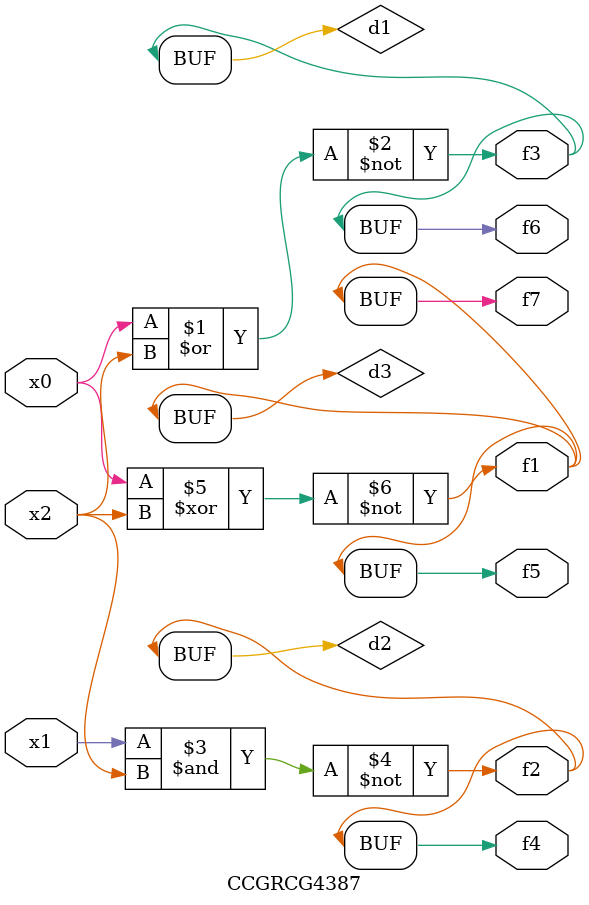
<source format=v>
module CCGRCG4387(
	input x0, x1, x2,
	output f1, f2, f3, f4, f5, f6, f7
);

	wire d1, d2, d3;

	nor (d1, x0, x2);
	nand (d2, x1, x2);
	xnor (d3, x0, x2);
	assign f1 = d3;
	assign f2 = d2;
	assign f3 = d1;
	assign f4 = d2;
	assign f5 = d3;
	assign f6 = d1;
	assign f7 = d3;
endmodule

</source>
